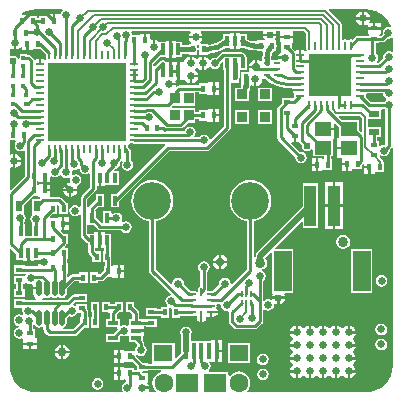
<source format=gtl>
%FSLAX24Y24*%
%MOIN*%
G70*
G01*
G75*
G04 Layer_Physical_Order=1*
G04 Layer_Color=255*
%ADD10C,0.0177*%
%ADD11C,0.0100*%
%ADD12O,0.0295X0.0079*%
%ADD13R,0.0157X0.0236*%
%ADD14R,0.0217X0.0098*%
%ADD15O,0.0315X0.0079*%
%ADD16R,0.0236X0.0157*%
%ADD17R,0.0354X0.0197*%
%ADD18R,0.0157X0.0335*%
%ADD19O,0.0177X0.0532*%
%ADD20O,0.0098X0.0276*%
%ADD21O,0.0276X0.0098*%
%ADD22R,0.0335X0.0157*%
%ADD23R,0.0157X0.0532*%
%ADD24R,0.0748X0.0630*%
%ADD25R,0.0630X0.0551*%
%ADD26O,0.0079X0.0315*%
%ADD27R,0.2598X0.2598*%
%ADD28R,0.0138X0.0394*%
%ADD29R,0.0343X0.0343*%
%ADD30R,0.1417X0.1417*%
%ADD31O,0.0079X0.0295*%
%ADD32R,0.0335X0.0374*%
%ADD33R,0.0551X0.0453*%
%ADD34R,0.0197X0.0354*%
%ADD35R,0.0591X0.1339*%
%ADD36R,0.0394X0.1378*%
%ADD37R,0.0138X0.0157*%
%ADD38R,0.0177X0.0177*%
%ADD39R,0.0102X0.0193*%
%ADD40R,0.0102X0.0209*%
%ADD41C,0.0200*%
%ADD42C,0.0080*%
%ADD43C,0.1260*%
%ADD44C,0.0630*%
%ADD45C,0.0260*%
%ADD46C,0.0290*%
%ADD47C,0.0240*%
%ADD48C,0.0300*%
%ADD49C,0.0340*%
G36*
X-5438Y172D02*
X-5437D01*
X-5402Y137D01*
Y132D01*
X-5382D01*
X-5367Y109D01*
X-5358Y86D01*
X-5396Y47D01*
X-5633D01*
Y-427D01*
X-5633Y-427D01*
X-5633D01*
X-5627Y-447D01*
X-5651Y-463D01*
X-5693Y-526D01*
X-5708Y-600D01*
X-5693Y-674D01*
X-5651Y-737D01*
X-5650Y-772D01*
X-5653Y-775D01*
X-5653D01*
Y-1167D01*
X-5849D01*
X-5887Y-1136D01*
Y-775D01*
X-5887D01*
X-5908Y-749D01*
X-5903Y-727D01*
X-5903Y-727D01*
X-5903D01*
X-5861Y-664D01*
X-5846Y-590D01*
X-5861Y-516D01*
X-5903Y-453D01*
X-5913Y-447D01*
X-5907Y-427D01*
X-5907D01*
X-5907Y-427D01*
Y-138D01*
X-5597Y172D01*
X-5438D01*
Y172D01*
D02*
G37*
G36*
X6388Y5417D02*
Y4985D01*
X6344Y4962D01*
X6324Y4975D01*
X6250Y4990D01*
X6176Y4975D01*
X6113Y4933D01*
X6071Y4870D01*
X6056Y4796D01*
X6062Y4767D01*
X5901Y4606D01*
X5852Y4611D01*
X5837Y4633D01*
X5879Y4696D01*
X5894Y4770D01*
X5879Y4844D01*
X5837Y4907D01*
X5812Y4924D01*
Y5254D01*
X5938D01*
Y5281D01*
X6033D01*
X6033Y5281D01*
X6076Y5289D01*
X6112Y5314D01*
X6211Y5412D01*
X6240Y5406D01*
X6314Y5421D01*
X6344Y5441D01*
X6388Y5417D01*
D02*
G37*
G36*
X3502Y5594D02*
Y5174D01*
X3503Y5171D01*
Y5066D01*
X3510Y5027D01*
X3510Y5027D01*
X3510Y5027D01*
D01*
X3511Y5026D01*
X3476Y4991D01*
X3462Y5000D01*
X3407Y5011D01*
X3339D01*
Y4869D01*
X3259D01*
Y5011D01*
X3191D01*
X3136Y5000D01*
X3126Y4993D01*
X3121Y5001D01*
X3121Y5001D01*
X3028Y5093D01*
Y5252D01*
X3028D01*
Y5253D01*
X3063Y5288D01*
X3068D01*
Y5427D01*
X2632D01*
Y5288D01*
X2672D01*
Y5252D01*
X2672D01*
Y4974D01*
X2672Y4974D01*
X2672D01*
X2673Y4969D01*
X2624Y4936D01*
X2573Y4860D01*
X2563Y4810D01*
X2790D01*
Y4730D01*
X2563D01*
X2564Y4725D01*
X2533Y4686D01*
X2334D01*
Y4749D01*
X2333Y4754D01*
X2348Y4864D01*
X2392Y4972D01*
X2408Y4992D01*
X2496D01*
Y5110D01*
X2497Y5112D01*
X2509Y5170D01*
X2497Y5228D01*
X2496Y5230D01*
Y5348D01*
X2476D01*
X2453Y5392D01*
X2487Y5444D01*
X2496Y5490D01*
X2064D01*
X2073Y5444D01*
X2107Y5392D01*
X2084Y5348D01*
X1864D01*
Y5321D01*
X1748D01*
X1744Y5321D01*
X1651Y5333D01*
X1560Y5371D01*
X1515Y5405D01*
Y5551D01*
X1299D01*
Y5591D01*
X1160D01*
Y5324D01*
Y5057D01*
X1299D01*
Y5097D01*
X1438D01*
X1488Y5070D01*
X1616Y5031D01*
X1748Y5018D01*
Y5019D01*
X1864D01*
Y4992D01*
X2032D01*
X2062Y4952D01*
X2045Y4895D01*
X2031Y4749D01*
X2031D01*
Y4686D01*
X2014D01*
Y4668D01*
X1970Y4644D01*
X1916Y4681D01*
X1860Y4692D01*
Y4450D01*
X1820D01*
Y4410D01*
X1578D01*
X1589Y4354D01*
X1604Y4332D01*
X1580Y4288D01*
X1338D01*
Y4170D01*
X1337Y4168D01*
X1326Y4110D01*
Y3829D01*
X1327Y3822D01*
X1317Y3773D01*
X1127D01*
Y3311D01*
X1589D01*
Y3631D01*
X1611Y3684D01*
X1630Y3829D01*
D01*
X1637Y3840D01*
X1637D01*
X1686Y3849D01*
X1710Y3833D01*
X1760Y3823D01*
Y4050D01*
X1840D01*
Y3823D01*
X1890Y3833D01*
X1966Y3884D01*
X2017Y3960D01*
X2035Y4050D01*
X2054Y4074D01*
X2133D01*
X2153Y4054D01*
X2152Y4052D01*
X2152Y4052D01*
X2298Y3932D01*
X2464Y3843D01*
X2645Y3789D01*
X2832Y3770D01*
Y3773D01*
X3026D01*
X3058Y3734D01*
X3057Y3728D01*
X3299D01*
Y3648D01*
X3057D01*
X3059Y3634D01*
X3090Y3587D01*
X3092Y3586D01*
X3102Y3537D01*
X3097Y3530D01*
X3089Y3491D01*
X3097Y3452D01*
X3099Y3450D01*
X3060Y3411D01*
X3048Y3416D01*
Y3416D01*
X3048Y3416D01*
X2692D01*
Y3258D01*
X2563Y3128D01*
X2538Y3092D01*
X2530Y3049D01*
X2530Y3049D01*
Y2118D01*
X2530Y2118D01*
X2538Y2075D01*
X2563Y2039D01*
X3132Y1469D01*
X3126Y1440D01*
X3141Y1366D01*
X3183Y1303D01*
X3246Y1261D01*
X3320Y1246D01*
X3394Y1261D01*
X3457Y1303D01*
X3499Y1366D01*
X3514Y1440D01*
X3499Y1514D01*
X3457Y1577D01*
X3394Y1619D01*
X3320Y1634D01*
X3291Y1628D01*
X2991Y1928D01*
X3010Y1974D01*
X3090D01*
Y2153D01*
X3170D01*
Y1974D01*
X3253D01*
X3254Y1969D01*
X3279Y1933D01*
X3351Y1861D01*
X3346Y1840D01*
X3360Y1770D01*
X3400Y1710D01*
X3460Y1670D01*
X3530Y1656D01*
X3600Y1670D01*
X3660Y1710D01*
X3663Y1716D01*
X3711Y1701D01*
Y1479D01*
X4095D01*
Y1378D01*
X4068D01*
Y1378D01*
X4067D01*
X4032Y1413D01*
Y1418D01*
X3893D01*
Y1200D01*
Y982D01*
X4032D01*
Y1022D01*
X4068D01*
Y1022D01*
X4346D01*
Y1378D01*
X4319D01*
Y1479D01*
X4383D01*
Y2051D01*
D01*
Y2051D01*
X4400Y2069D01*
X4423D01*
Y2355D01*
X4047D01*
Y2435D01*
X4423D01*
Y2564D01*
X4469Y2583D01*
X4577Y2474D01*
Y2109D01*
D01*
Y2109D01*
X4560Y2091D01*
X4537D01*
Y1805D01*
X4913D01*
Y1725D01*
X4537D01*
Y1439D01*
X4674D01*
X4674Y1438D01*
X4674Y1403D01*
X4674Y1403D01*
X4674D01*
Y1260D01*
X4853D01*
Y1220D01*
X4893D01*
Y1002D01*
X5032D01*
Y1042D01*
X5068D01*
Y1042D01*
X5346D01*
Y1200D01*
X5378Y1232D01*
X5424Y1213D01*
Y1160D01*
X5603D01*
Y1120D01*
X5643D01*
Y902D01*
X5782D01*
Y942D01*
X5818D01*
Y942D01*
X6096D01*
Y1298D01*
X6059D01*
Y1306D01*
X6051Y1345D01*
X6029Y1378D01*
X5946Y1461D01*
X5954Y1510D01*
X5972Y1520D01*
X6016Y1491D01*
X6090Y1476D01*
X6164Y1491D01*
X6227Y1533D01*
X6269Y1596D01*
X6284Y1670D01*
X6278Y1699D01*
X6329Y1751D01*
X6329Y1751D01*
X6340Y1767D01*
X6388Y1752D01*
Y-5500D01*
X6389Y-5505D01*
X6372Y-5673D01*
X6322Y-5840D01*
X6239Y-5994D01*
X6129Y-6129D01*
X5994Y-6239D01*
X5840Y-6322D01*
X5673Y-6372D01*
X5505Y-6389D01*
X5500Y-6388D01*
X1529D01*
X1513Y-6341D01*
X1517Y-6337D01*
X1578Y-6259D01*
X1615Y-6168D01*
X1628Y-6070D01*
X1615Y-5972D01*
X1578Y-5881D01*
X1517Y-5803D01*
X1439Y-5742D01*
X1348Y-5705D01*
X1250Y-5692D01*
X1152Y-5705D01*
X1061Y-5742D01*
X983Y-5803D01*
X954Y-5840D01*
X906Y-5824D01*
Y-5695D01*
X271D01*
X257Y-5647D01*
X257Y-5647D01*
X299Y-5584D01*
X314Y-5510D01*
X299Y-5436D01*
X266Y-5387D01*
X285Y-5352D01*
X333Y-5364D01*
Y-5383D01*
X472D01*
Y-5017D01*
Y-4651D01*
X333D01*
Y-4691D01*
X-349D01*
Y-4491D01*
X-331Y-4464D01*
X-316Y-4390D01*
X-331Y-4316D01*
X-373Y-4253D01*
X-436Y-4211D01*
X-510Y-4196D01*
X-584Y-4211D01*
X-647Y-4253D01*
X-689Y-4316D01*
X-704Y-4390D01*
X-689Y-4464D01*
X-675Y-4485D01*
Y-5017D01*
X-663Y-5076D01*
X-839Y-5252D01*
X-885Y-5233D01*
Y-4750D01*
X-1635D01*
Y-5421D01*
D01*
Y-5421D01*
X-1641Y-5428D01*
X-1782D01*
Y-5401D01*
X-1940D01*
X-2180Y-5162D01*
X-2148Y-5123D01*
X-2094Y-5159D01*
X-2020Y-5174D01*
X-1946Y-5159D01*
X-1883Y-5117D01*
X-1841Y-5054D01*
X-1826Y-4980D01*
X-1841Y-4906D01*
X-1883Y-4843D01*
X-1908Y-4826D01*
Y-4747D01*
X-1908Y-4747D01*
X-1916Y-4704D01*
X-1941Y-4668D01*
X-1941Y-4668D01*
X-1959Y-4650D01*
Y-4504D01*
X-1919D01*
Y-4366D01*
X-2186D01*
Y-4286D01*
X-1919D01*
Y-4182D01*
X-1838D01*
Y-4208D01*
X-1482D01*
Y-3931D01*
X-1838D01*
Y-3957D01*
X-1959D01*
Y-3931D01*
X-2074D01*
Y-3737D01*
X-2082Y-3694D01*
X-2107Y-3658D01*
X-2107Y-3658D01*
X-2244Y-3520D01*
Y-3362D01*
X-2522D01*
Y-3718D01*
X-2363D01*
X-2298Y-3783D01*
Y-3931D01*
X-2413D01*
Y-4147D01*
X-2453D01*
X-2453Y-4147D01*
Y-4147D01*
X-2480Y-4161D01*
X-2496Y-4151D01*
X-2570Y-4136D01*
X-2644Y-4151D01*
X-2663Y-4163D01*
X-2707Y-4140D01*
Y-3931D01*
X-2822D01*
Y-3783D01*
X-2757Y-3718D01*
X-2598D01*
Y-3362D01*
X-2876D01*
Y-3428D01*
X-3044D01*
Y-3362D01*
X-3322D01*
Y-3718D01*
X-3140D01*
X-3046Y-3737D01*
X-3046Y-3737D01*
Y-3931D01*
X-3161D01*
Y-4208D01*
X-2825D01*
X-2795Y-4229D01*
X-2790Y-4279D01*
X-2954Y-4443D01*
X-3161D01*
Y-4720D01*
X-2707D01*
Y-4520D01*
X-2663Y-4497D01*
X-2644Y-4509D01*
X-2570Y-4524D01*
X-2496Y-4509D01*
X-2473Y-4494D01*
X-2453Y-4504D01*
Y-4504D01*
X-2453Y-4504D01*
X-2418D01*
X-2413Y-4507D01*
Y-4720D01*
X-2206D01*
X-2140Y-4786D01*
X-2145Y-4835D01*
X-2157Y-4843D01*
X-2199Y-4906D01*
X-2214Y-4980D01*
D01*
X-2232Y-5008D01*
X-2254Y-5012D01*
X-2254Y-5012D01*
X-2254Y-5012D01*
X-2532D01*
Y-5012D01*
X-2533D01*
X-2568Y-4977D01*
Y-4972D01*
X-2707D01*
Y-5190D01*
Y-5408D01*
X-2568D01*
Y-5368D01*
X-2532D01*
Y-5368D01*
X-2290D01*
X-2138Y-5520D01*
Y-5638D01*
X-2254D01*
Y-5572D01*
X-2532D01*
Y-5572D01*
X-2533D01*
X-2568Y-5537D01*
Y-5532D01*
X-2707D01*
Y-5750D01*
Y-5968D01*
X-2568D01*
Y-5928D01*
X-2540D01*
X-2505Y-5963D01*
Y-6045D01*
X-2534Y-6051D01*
X-2597Y-6093D01*
X-2639Y-6156D01*
X-2654Y-6230D01*
X-2639Y-6304D01*
X-2613Y-6344D01*
X-2636Y-6388D01*
X-5500D01*
X-5505Y-6389D01*
X-5673Y-6372D01*
X-5840Y-6322D01*
X-5994Y-6239D01*
X-6129Y-6129D01*
X-6239Y-5994D01*
X-6322Y-5840D01*
X-6372Y-5673D01*
X-6389Y-5505D01*
X-6388Y-5500D01*
Y-1612D01*
X-6342Y-1593D01*
X-6165Y-1770D01*
Y-1977D01*
X-5949D01*
Y-2017D01*
X-5810D01*
Y-1750D01*
X-5730D01*
Y-2017D01*
X-5591D01*
Y-1977D01*
X-5501D01*
X-5493Y-1987D01*
X-5237D01*
Y-2067D01*
X-5464D01*
X-5454Y-2117D01*
X-5441Y-2137D01*
X-5465Y-2181D01*
X-5882D01*
Y-2154D01*
X-6238D01*
Y-2432D01*
X-5882D01*
Y-2432D01*
X-5833D01*
X-5827Y-2453D01*
X-5827Y-2453D01*
X-5864Y-2508D01*
X-5882Y-2508D01*
X-5882Y-2508D01*
X-5882Y-2508D01*
X-6238D01*
Y-2786D01*
X-6172D01*
Y-2927D01*
X-6238D01*
Y-3204D01*
X-5882D01*
Y-2927D01*
X-5948D01*
Y-2786D01*
X-5882D01*
Y-2731D01*
X-5834Y-2716D01*
X-5827Y-2727D01*
X-5764Y-2769D01*
X-5690Y-2784D01*
X-5635Y-2773D01*
X-5596Y-2804D01*
Y-2878D01*
X-5404D01*
Y-2958D01*
X-5596D01*
Y-3095D01*
X-5581Y-3169D01*
X-5540Y-3231D01*
X-5496Y-3260D01*
X-5511Y-3308D01*
X-5882D01*
Y-3281D01*
X-6238D01*
Y-3559D01*
X-5993D01*
X-5961Y-3597D01*
X-5974Y-3660D01*
X-5959Y-3734D01*
X-5928Y-3781D01*
X-5963Y-3816D01*
X-5986Y-3801D01*
X-6060Y-3786D01*
X-6134Y-3801D01*
X-6197Y-3843D01*
X-6239Y-3906D01*
X-6254Y-3980D01*
X-6239Y-4054D01*
X-6197Y-4117D01*
X-6134Y-4159D01*
X-6079Y-4170D01*
Y-4220D01*
X-6134Y-4231D01*
X-6197Y-4273D01*
X-6239Y-4336D01*
X-6254Y-4410D01*
X-6239Y-4484D01*
X-6197Y-4547D01*
X-6134Y-4589D01*
X-6060Y-4604D01*
X-5986Y-4589D01*
X-5972Y-4580D01*
X-5928Y-4603D01*
Y-4727D01*
X-5492D01*
Y-4588D01*
X-5532D01*
Y-4552D01*
X-5532D01*
Y-4274D01*
X-5598D01*
Y-4149D01*
X-5597Y-4148D01*
X-5559Y-4140D01*
X-5542D01*
X-5511Y-4186D01*
X-5462Y-4219D01*
X-5404Y-4231D01*
X-5346Y-4219D01*
X-5304Y-4191D01*
X-5260Y-4215D01*
Y-4292D01*
X-5260Y-4292D01*
X-5252Y-4335D01*
X-5227Y-4371D01*
X-5129Y-4469D01*
X-5129Y-4469D01*
X-5093Y-4494D01*
X-5050Y-4502D01*
X-4232D01*
X-4231Y-4502D01*
X-4189Y-4494D01*
X-4152Y-4469D01*
X-3911Y-4228D01*
X-3753D01*
Y-3872D01*
X-3779D01*
Y-3686D01*
X-3779Y-3686D01*
X-3788Y-3643D01*
X-3812Y-3607D01*
Y-3448D01*
X-4168D01*
Y-3490D01*
X-4212Y-3514D01*
X-4246Y-3491D01*
X-4274Y-3485D01*
X-4289Y-3438D01*
X-4223Y-3372D01*
X-4168Y-3372D01*
Y-3372D01*
X-3812D01*
Y-3094D01*
X-4168D01*
Y-3121D01*
X-4243D01*
X-4286Y-3129D01*
X-4322Y-3154D01*
X-4322Y-3154D01*
X-4476Y-3308D01*
X-4700D01*
X-4700Y-3308D01*
X-4700Y-3308D01*
X-5297D01*
X-5311Y-3260D01*
X-5268Y-3231D01*
X-5251Y-3205D01*
X-5206Y-3235D01*
X-5148Y-3247D01*
X-5090Y-3235D01*
X-5041Y-3202D01*
X-4999D01*
X-4950Y-3235D01*
X-4892Y-3247D01*
X-4834Y-3235D01*
X-4785Y-3202D01*
X-4743D01*
X-4694Y-3235D01*
X-4636Y-3247D01*
X-4578Y-3235D01*
X-4529Y-3202D01*
X-4496Y-3153D01*
X-4485Y-3095D01*
Y-2925D01*
X-4242Y-2682D01*
X-4066D01*
Y-2748D01*
X-3788D01*
Y-2392D01*
X-4066D01*
Y-2458D01*
X-4288D01*
X-4288Y-2458D01*
X-4331Y-2466D01*
X-4368Y-2491D01*
X-4368Y-2491D01*
X-4424Y-2548D01*
X-4471Y-2528D01*
Y-2428D01*
X-4444D01*
Y-2072D01*
X-4471D01*
Y-1928D01*
X-4444D01*
Y-1572D01*
X-4535D01*
X-4554Y-1526D01*
X-4514Y-1485D01*
X-4514Y-1485D01*
X-4495Y-1457D01*
X-4454D01*
Y-1101D01*
X-4612D01*
X-4689Y-1024D01*
X-4670Y-978D01*
X-4643D01*
Y-760D01*
Y-542D01*
X-4782D01*
Y-582D01*
X-4818D01*
Y-582D01*
X-5035D01*
X-5054Y-536D01*
X-4967Y-448D01*
X-4808D01*
Y-146D01*
X-4773Y-131D01*
X-4732Y-159D01*
Y-448D01*
X-4454D01*
Y-92D01*
X-4491D01*
X-4514Y-58D01*
X-4514Y-58D01*
X-4661Y89D01*
X-4697Y114D01*
X-4740Y122D01*
X-4740Y122D01*
X-5034D01*
X-5044Y132D01*
X-5044Y158D01*
X-5044Y158D01*
X-5044D01*
Y310D01*
X-5223D01*
Y350D01*
X-5263D01*
Y568D01*
X-5402D01*
Y528D01*
X-5430D01*
X-5465Y563D01*
Y662D01*
X-5438D01*
Y662D01*
X-5437D01*
X-5402Y627D01*
Y622D01*
X-5263D01*
Y840D01*
X-5183D01*
Y622D01*
X-5044D01*
Y798D01*
X-5000Y822D01*
X-4954Y791D01*
X-4880Y776D01*
X-4806Y791D01*
X-4743Y833D01*
X-4722Y865D01*
X-4672D01*
X-4637Y813D01*
X-4574Y771D01*
X-4500Y756D01*
X-4426Y771D01*
X-4413Y780D01*
X-4371Y752D01*
X-4384Y690D01*
X-4369Y616D01*
X-4414Y586D01*
X-4460Y577D01*
X-4536Y526D01*
X-4587Y450D01*
X-4597Y400D01*
X-4143D01*
X-4153Y450D01*
X-4160Y460D01*
X-4141Y506D01*
X-4116Y511D01*
X-4053Y553D01*
X-4011Y616D01*
X-3996Y690D01*
X-4011Y764D01*
X-4053Y827D01*
X-4116Y869D01*
X-4190Y884D01*
X-4264Y869D01*
X-4277Y860D01*
X-4319Y888D01*
X-4306Y950D01*
X-4314Y989D01*
X-4279Y1024D01*
X-4240Y1016D01*
X-4166Y1031D01*
X-4106Y1071D01*
X-4089Y1064D01*
X-4058Y1043D01*
X-4049Y996D01*
X-4007Y933D01*
X-3944Y891D01*
X-3870Y876D01*
X-3796Y891D01*
X-3756Y917D01*
X-3712Y894D01*
Y446D01*
X-3989Y169D01*
X-4014Y133D01*
X-4022Y90D01*
X-4022Y90D01*
Y-183D01*
X-4070Y-198D01*
X-4073Y-193D01*
X-4136Y-151D01*
X-4210Y-136D01*
X-4284Y-151D01*
X-4347Y-193D01*
X-4389Y-256D01*
X-4404Y-330D01*
X-4389Y-404D01*
X-4347Y-467D01*
X-4284Y-509D01*
X-4210Y-524D01*
X-4136Y-509D01*
X-4073Y-467D01*
X-4070Y-462D01*
X-4022Y-477D01*
Y-1150D01*
X-4022Y-1150D01*
X-4014Y-1193D01*
X-3989Y-1229D01*
X-3815Y-1403D01*
X-3815Y-1403D01*
X-3788Y-1422D01*
Y-1551D01*
X-3761D01*
Y-1703D01*
X-3761Y-1703D01*
X-3753Y-1745D01*
X-3728Y-1782D01*
X-3630Y-1880D01*
Y-2038D01*
X-3353D01*
Y-1682D01*
X-3511D01*
X-3537Y-1656D01*
Y-1591D01*
X-3433D01*
Y-1324D01*
Y-1057D01*
X-3572D01*
Y-1097D01*
X-3788D01*
D01*
X-3788D01*
X-3798Y-1087D01*
Y-813D01*
X-3788Y-803D01*
X-3762Y-803D01*
X-3762Y-803D01*
Y-803D01*
X-3580D01*
X-3444Y-939D01*
X-3444Y-939D01*
X-3408Y-964D01*
X-3365Y-972D01*
X-2687D01*
X-2657Y-1017D01*
X-2594Y-1059D01*
X-2520Y-1074D01*
X-2446Y-1059D01*
X-2383Y-1017D01*
X-2341Y-954D01*
X-2326Y-880D01*
X-2341Y-806D01*
X-2383Y-743D01*
X-2446Y-701D01*
X-2520Y-686D01*
X-2594Y-701D01*
X-2616Y-716D01*
X-2660Y-692D01*
Y-678D01*
X-2651Y-664D01*
X-2636Y-590D01*
X-2651Y-516D01*
X-2693Y-453D01*
X-2756Y-411D01*
X-2830Y-396D01*
X-2904Y-411D01*
X-2954Y-445D01*
X-2998Y-421D01*
Y-349D01*
X-3276D01*
Y-725D01*
X-3322Y-744D01*
X-3510Y-556D01*
Y-349D01*
X-3517D01*
X-3536Y-302D01*
X-3455Y-221D01*
X-3247D01*
Y233D01*
X-3525D01*
Y26D01*
X-3728Y-178D01*
X-3750Y-210D01*
X-3798Y-196D01*
Y44D01*
X-3521Y321D01*
X-3521Y321D01*
X-3496Y357D01*
X-3488Y400D01*
Y487D01*
X-3426D01*
Y754D01*
X-3346D01*
Y487D01*
X-3207D01*
Y527D01*
X-2735D01*
Y981D01*
X-2875D01*
X-2894Y1028D01*
X-2856Y1065D01*
X-2826Y1071D01*
X-2763Y1113D01*
X-2721Y1176D01*
X-2706Y1250D01*
X-2712Y1279D01*
X-2662Y1330D01*
X-2623Y1298D01*
X-2639Y1274D01*
X-2654Y1200D01*
X-2639Y1126D01*
X-2597Y1063D01*
X-2534Y1021D01*
X-2460Y1006D01*
X-2386Y1021D01*
X-2323Y1063D01*
X-2281Y1126D01*
X-2266Y1200D01*
X-2281Y1274D01*
X-2323Y1337D01*
X-2348Y1354D01*
Y1645D01*
X-2356Y1688D01*
X-2381Y1724D01*
X-2381Y1724D01*
X-2429Y1772D01*
Y1833D01*
X-2437Y1872D01*
Y1872D01*
X-2437D01*
X-2411Y1891D01*
X-2411Y1891D01*
Y1891D01*
D01*
D01*
X-2411D01*
X-2411Y1891D01*
X-2392Y1917D01*
D01*
X-2392Y1917D01*
X-2353Y1909D01*
X-2282D01*
X-2278Y1907D01*
X-2235Y1898D01*
X-1200D01*
X-1185Y1850D01*
X-1194Y1845D01*
X-1194Y1845D01*
X-2805Y233D01*
X-3013D01*
Y-221D01*
X-2735D01*
Y-14D01*
X-1068Y1653D01*
X191D01*
X191Y1653D01*
X234Y1662D01*
X271Y1686D01*
X943Y2359D01*
X968Y2395D01*
X976Y2438D01*
X976Y2438D01*
Y3932D01*
X984D01*
Y3932D01*
X1262D01*
Y4050D01*
X1263Y4052D01*
X1274Y4110D01*
Y4349D01*
X1515D01*
Y4803D01*
X1487D01*
X1480Y4839D01*
X1455Y4875D01*
X1455Y4875D01*
X1398Y4933D01*
X1361Y4957D01*
X1319Y4965D01*
X1319Y4965D01*
X740D01*
X697Y4957D01*
X660Y4933D01*
X660Y4933D01*
X493Y4765D01*
X450Y4774D01*
X376Y4759D01*
X313Y4717D01*
X299Y4696D01*
X249D01*
X216Y4746D01*
X140Y4797D01*
X90Y4807D01*
Y4580D01*
Y4353D01*
X140Y4363D01*
X216Y4414D01*
X249Y4464D01*
X299D01*
X313Y4443D01*
X376Y4401D01*
X450Y4386D01*
X524Y4401D01*
X587Y4443D01*
X629Y4506D01*
X644Y4580D01*
X641Y4596D01*
X679Y4634D01*
X725Y4615D01*
Y4349D01*
X752D01*
Y2485D01*
X320Y2053D01*
X272Y2067D01*
X269Y2085D01*
X227Y2147D01*
X164Y2189D01*
X90Y2204D01*
X16Y2189D01*
X-47Y2147D01*
X-64Y2123D01*
X-204D01*
X-227Y2167D01*
X-201Y2206D01*
X-186Y2280D01*
X-201Y2354D01*
X-243Y2417D01*
X-306Y2459D01*
X-380Y2474D01*
X-454Y2459D01*
X-517Y2417D01*
X-559Y2354D01*
X-566Y2319D01*
X-1284D01*
Y2450D01*
X-1238Y2469D01*
X-1209Y2441D01*
X-1173Y2416D01*
X-1130Y2408D01*
X-1130Y2408D01*
X-691D01*
X-648Y2416D01*
X-612Y2441D01*
X-601Y2457D01*
X-584Y2468D01*
X-455Y2598D01*
X-196D01*
Y2732D01*
X-76D01*
Y2672D01*
X202D01*
Y2672D01*
X203D01*
X238Y2637D01*
Y2632D01*
X377D01*
Y2850D01*
Y3068D01*
X238D01*
Y3028D01*
X202D01*
Y3028D01*
X-76D01*
Y2957D01*
X-196D01*
Y3092D01*
X-976D01*
X-991Y3127D01*
X-963Y3168D01*
X-196D01*
Y3618D01*
X-76D01*
Y3552D01*
X202D01*
Y3552D01*
X203D01*
X238Y3517D01*
Y3512D01*
X377D01*
Y3730D01*
Y3948D01*
X238D01*
Y3908D01*
X202D01*
Y3908D01*
X-76D01*
Y3842D01*
X-730D01*
X-730Y3842D01*
X-773Y3834D01*
X-809Y3809D01*
X-809Y3809D01*
X-814Y3805D01*
X-858Y3829D01*
X-853Y3850D01*
X-1080D01*
Y3930D01*
X-853D01*
X-863Y3980D01*
X-873Y3995D01*
X-850Y4039D01*
X-804D01*
Y4336D01*
Y4633D01*
X-980D01*
Y4336D01*
X-1060D01*
Y4633D01*
X-1177D01*
X-1197Y4662D01*
X-1233Y4686D01*
X-1276Y4695D01*
X-1319Y4686D01*
X-1355Y4662D01*
X-1355Y4662D01*
X-1529Y4488D01*
X-1553Y4484D01*
X-1554Y4483D01*
X-1598Y4507D01*
Y4564D01*
X-1374Y4787D01*
X-1189D01*
Y4747D01*
X-1060D01*
Y5044D01*
Y5341D01*
X-1189D01*
Y5301D01*
X-1405D01*
X-1405Y5301D01*
Y5301D01*
X-1410Y5300D01*
X-1414Y5306D01*
X-1490Y5357D01*
X-1540Y5367D01*
Y5140D01*
X-1620D01*
Y5367D01*
X-1655Y5360D01*
X-1694Y5391D01*
Y5568D01*
X-1833D01*
Y5350D01*
X-1913D01*
Y5568D01*
X-2052D01*
Y5528D01*
X-2088D01*
Y5528D01*
X-2310D01*
X-2321Y5584D01*
X-2348Y5624D01*
X-2324Y5668D01*
X-364D01*
X-349Y5620D01*
X-356Y5616D01*
X-407Y5540D01*
X-417Y5490D01*
X37D01*
X27Y5540D01*
X-24Y5616D01*
X-31Y5620D01*
X-16Y5668D01*
X2055D01*
X2078Y5624D01*
X2073Y5616D01*
X2064Y5570D01*
X2496D01*
X2487Y5616D01*
X2482Y5624D01*
X2505Y5668D01*
X2610D01*
X2632Y5646D01*
X2632Y5633D01*
X2632Y5633D01*
X2632D01*
Y5507D01*
X3068D01*
Y5633D01*
X3068Y5633D01*
X3068D01*
X3068Y5646D01*
X3090Y5668D01*
X3428D01*
X3502Y5594D01*
D02*
G37*
G36*
X-6170Y5043D02*
X-6120Y5053D01*
X-6044Y5104D01*
X-6024Y5135D01*
X-5976Y5120D01*
Y5022D01*
X-5837D01*
Y5240D01*
X-5757D01*
Y5022D01*
X-5618D01*
Y5062D01*
X-5582D01*
Y5062D01*
X-5373D01*
X-5191Y4879D01*
Y4747D01*
X-5189Y4739D01*
X-5225Y4703D01*
X-5267Y4712D01*
X-5345D01*
Y4570D01*
X-5425D01*
Y4712D01*
X-5503D01*
X-5557Y4701D01*
X-5584Y4712D01*
X-5586Y4723D01*
X-5611Y4759D01*
X-5611Y4759D01*
X-5688Y4837D01*
X-5725Y4861D01*
X-5768Y4870D01*
X-5768Y4870D01*
X-5801D01*
Y4897D01*
X-6059D01*
Y4744D01*
X-6107Y4730D01*
X-6140Y4780D01*
X-6200Y4820D01*
X-6270Y4834D01*
X-6340Y4820D01*
X-6344Y4817D01*
X-6388Y4841D01*
Y5059D01*
X-6344Y5083D01*
X-6300Y5053D01*
X-6250Y5043D01*
Y5270D01*
X-6170D01*
Y5043D01*
D02*
G37*
G36*
X6071Y3510D02*
X6113Y3447D01*
X6173Y3407D01*
Y3357D01*
X6113Y3317D01*
X6096Y3292D01*
X5645D01*
X5487Y3450D01*
X5489Y3452D01*
X5497Y3491D01*
X5489Y3530D01*
X5488Y3532D01*
X5511Y3576D01*
X6058D01*
X6071Y3510D01*
D02*
G37*
G36*
X6113Y3043D02*
X6138Y3026D01*
Y1894D01*
X6099Y1862D01*
X6090Y1864D01*
X6016Y1849D01*
X5972Y1820D01*
X5928Y1843D01*
Y2006D01*
X5862D01*
Y2126D01*
X5987D01*
Y2443D01*
X5572D01*
Y2717D01*
X5987D01*
Y3034D01*
D01*
Y3034D01*
X6021Y3068D01*
X6096D01*
X6113Y3043D01*
D02*
G37*
G36*
X-4004Y-3732D02*
Y-3872D01*
X-4030D01*
Y-4030D01*
X-4278Y-4278D01*
X-4618D01*
X-4623Y-4228D01*
X-4578Y-4219D01*
X-4529Y-4186D01*
X-4496Y-4137D01*
X-4485Y-4079D01*
Y-3909D01*
X-4412Y-3837D01*
X-4394Y-3849D01*
X-4320Y-3864D01*
X-4246Y-3849D01*
X-4183Y-3807D01*
X-4141Y-3744D01*
X-4137Y-3726D01*
X-4010D01*
X-4004Y-3732D01*
D02*
G37*
G36*
X-1328Y-5702D02*
X-1348Y-5705D01*
X-1439Y-5742D01*
X-1517Y-5803D01*
X-1578Y-5881D01*
X-1615Y-5972D01*
X-1628Y-6070D01*
X-1615Y-6168D01*
X-1578Y-6259D01*
X-1517Y-6337D01*
X-1513Y-6341D01*
X-1529Y-6388D01*
X-1736D01*
X-1759Y-6344D01*
X-1743Y-6320D01*
X-1733Y-6270D01*
X-1960D01*
Y-6190D01*
X-1733D01*
X-1743Y-6140D01*
X-1794Y-6064D01*
X-1785Y-6033D01*
X-1782D01*
Y-5756D01*
X-1938D01*
X-1966Y-5714D01*
X-1952Y-5679D01*
X-1782D01*
Y-5652D01*
X-1331D01*
X-1328Y-5702D01*
D02*
G37*
G36*
X-6167Y1977D02*
X-6209Y1914D01*
X-6224Y1840D01*
X-6209Y1766D01*
X-6167Y1703D01*
X-6104Y1661D01*
X-6030Y1646D01*
X-5956Y1661D01*
X-5922Y1684D01*
X-5878Y1660D01*
Y831D01*
X-6342Y367D01*
X-6388Y386D01*
Y1099D01*
X-6344Y1123D01*
X-6330Y1113D01*
X-6280Y1103D01*
Y1330D01*
Y1557D01*
X-6330Y1547D01*
X-6344Y1537D01*
X-6388Y1561D01*
Y2022D01*
X-6197D01*
X-6167Y1977D01*
D02*
G37*
G36*
X-5500Y6388D02*
X-4631D01*
X-4616Y6340D01*
X-4636Y6327D01*
X-4678Y6264D01*
X-4687Y6218D01*
X-4734D01*
Y6218D01*
X-4873D01*
Y6000D01*
X-4953D01*
Y6218D01*
X-5092D01*
Y6178D01*
X-5128D01*
Y6178D01*
X-5406D01*
Y6092D01*
X-5484D01*
Y6158D01*
X-5762D01*
Y6158D01*
X-5763D01*
X-5798Y6193D01*
Y6198D01*
X-5968D01*
X-5981Y6247D01*
X-5840Y6322D01*
X-5673Y6372D01*
X-5505Y6389D01*
X-5500Y6388D01*
D02*
G37*
G36*
X5673Y6372D02*
X5840Y6322D01*
X5994Y6239D01*
X6129Y6129D01*
X6239Y5994D01*
X6322Y5840D01*
X6328Y5820D01*
X6294Y5783D01*
X6240Y5794D01*
X6166Y5779D01*
X6103Y5737D01*
X6061Y5674D01*
X6046Y5600D01*
X6052Y5571D01*
X5986Y5505D01*
X5938D01*
Y5532D01*
X5938D01*
Y5533D01*
X5973Y5568D01*
X5978D01*
Y5707D01*
X5542D01*
Y5568D01*
X5582D01*
Y5540D01*
X5547Y5505D01*
X5201D01*
X5201Y5505D01*
X5158Y5496D01*
X5121Y5472D01*
X5024Y5374D01*
X5021Y5376D01*
X4982Y5384D01*
X4943Y5376D01*
X4910Y5354D01*
X4909Y5351D01*
X4859D01*
X4857Y5354D01*
X4824Y5376D01*
X4785Y5384D01*
X4746Y5376D01*
X4734Y5368D01*
X4690Y5391D01*
Y5852D01*
X4683Y5891D01*
X4660Y5924D01*
X4243Y6342D01*
X4262Y6388D01*
X5500D01*
X5505Y6389D01*
X5673Y6372D01*
D02*
G37*
G36*
X5368Y2761D02*
Y2316D01*
X5322Y2297D01*
X5249Y2370D01*
Y2681D01*
X4687D01*
X4579Y2790D01*
X4598Y2836D01*
X5040D01*
X5048Y2838D01*
X5291D01*
X5368Y2761D01*
D02*
G37*
%LPC*%
G36*
X-3398Y-3362D02*
X-3676D01*
Y-3718D01*
X-3649D01*
Y-3872D01*
X-3676D01*
Y-4228D01*
X-3398D01*
Y-3872D01*
X-3425D01*
Y-3718D01*
X-3398D01*
Y-3362D01*
D02*
G37*
G36*
X4876Y-4164D02*
X4826Y-4174D01*
X4750Y-4225D01*
X4725Y-4263D01*
X4675D01*
X4649Y-4225D01*
X4573Y-4174D01*
X4523Y-4164D01*
Y-4390D01*
X4443D01*
Y-4164D01*
X4393Y-4174D01*
X4317Y-4225D01*
X4292Y-4263D01*
X4242D01*
X4216Y-4225D01*
X4140Y-4174D01*
X4090Y-4164D01*
Y-4390D01*
X4010D01*
Y-4164D01*
X3960Y-4174D01*
X3884Y-4225D01*
X3858Y-4263D01*
X3808D01*
X3783Y-4225D01*
X3707Y-4174D01*
X3657Y-4164D01*
Y-4390D01*
X3577D01*
Y-4164D01*
X3527Y-4174D01*
X3451Y-4225D01*
X3425Y-4263D01*
X3375D01*
X3350Y-4225D01*
X3274Y-4174D01*
X3224Y-4164D01*
Y-4390D01*
X3184D01*
Y-4430D01*
X2957D01*
X2967Y-4480D01*
X3018Y-4556D01*
X3057Y-4582D01*
Y-4632D01*
X3018Y-4658D01*
X2967Y-4734D01*
X2957Y-4783D01*
X3184D01*
Y-4863D01*
X2957D01*
X2967Y-4913D01*
X3018Y-4989D01*
X3057Y-5015D01*
Y-5065D01*
X3018Y-5091D01*
X2967Y-5167D01*
X2957Y-5217D01*
X3184D01*
Y-5297D01*
X2957D01*
X2967Y-5346D01*
X3018Y-5422D01*
X3057Y-5448D01*
Y-5498D01*
X3018Y-5524D01*
X2967Y-5600D01*
X2957Y-5650D01*
X3184D01*
Y-5690D01*
X3224D01*
Y-5916D01*
X3274Y-5906D01*
X3350Y-5855D01*
X3375Y-5817D01*
X3425D01*
X3451Y-5855D01*
X3527Y-5906D01*
X3577Y-5916D01*
Y-5690D01*
X3657D01*
Y-5916D01*
X3707Y-5906D01*
X3783Y-5855D01*
X3808Y-5817D01*
X3858D01*
X3884Y-5855D01*
X3960Y-5906D01*
X4010Y-5916D01*
Y-5690D01*
X4090D01*
Y-5916D01*
X4140Y-5906D01*
X4216Y-5855D01*
X4242Y-5817D01*
X4292D01*
X4317Y-5855D01*
X4393Y-5906D01*
X4443Y-5916D01*
Y-5690D01*
X4523D01*
Y-5916D01*
X4573Y-5906D01*
X4649Y-5855D01*
X4675Y-5817D01*
X4725D01*
X4750Y-5855D01*
X4826Y-5906D01*
X4876Y-5916D01*
Y-5690D01*
X4916D01*
Y-5650D01*
X5143D01*
X5133Y-5600D01*
X5082Y-5524D01*
X5043Y-5498D01*
Y-5448D01*
X5082Y-5422D01*
X5133Y-5346D01*
X5143Y-5297D01*
X4916D01*
Y-5217D01*
X5143D01*
X5133Y-5167D01*
X5082Y-5091D01*
X5043Y-5065D01*
Y-5015D01*
X5082Y-4989D01*
X5133Y-4913D01*
X5143Y-4863D01*
X4916D01*
Y-4783D01*
X5143D01*
X5133Y-4734D01*
X5082Y-4658D01*
X5043Y-4632D01*
Y-4582D01*
X5082Y-4556D01*
X5133Y-4480D01*
X5143Y-4430D01*
X4916D01*
Y-4390D01*
X4876D01*
Y-4164D01*
D02*
G37*
G36*
X-5492Y-4807D02*
X-5670D01*
Y-4946D01*
X-5492D01*
Y-4807D01*
D02*
G37*
G36*
X6000Y-4096D02*
X5926Y-4111D01*
X5863Y-4153D01*
X5821Y-4216D01*
X5806Y-4290D01*
X5821Y-4364D01*
X5863Y-4427D01*
X5926Y-4469D01*
X6000Y-4484D01*
X6074Y-4469D01*
X6137Y-4427D01*
X6179Y-4364D01*
X6194Y-4290D01*
X6179Y-4216D01*
X6137Y-4153D01*
X6074Y-4111D01*
X6000Y-4096D01*
D02*
G37*
G36*
X4956Y-4164D02*
Y-4350D01*
X5143D01*
X5133Y-4301D01*
X5082Y-4225D01*
X5006Y-4174D01*
X4956Y-4164D01*
D02*
G37*
G36*
X3144D02*
X3094Y-4174D01*
X3018Y-4225D01*
X2967Y-4301D01*
X2957Y-4350D01*
X3144D01*
Y-4164D01*
D02*
G37*
G36*
X-3214Y-1057D02*
X-3353D01*
Y-1324D01*
Y-1591D01*
X-3249D01*
Y-1682D01*
X-3276D01*
Y-2038D01*
X-3219D01*
Y-2172D01*
X-3246D01*
Y-2330D01*
X-3374Y-2458D01*
X-3434D01*
Y-2392D01*
X-3712D01*
Y-2748D01*
X-3434D01*
Y-2682D01*
X-3327D01*
X-3327Y-2682D01*
X-3284Y-2674D01*
X-3248Y-2649D01*
X-3127Y-2528D01*
X-2968D01*
Y-2528D01*
X-2967D01*
X-2932Y-2563D01*
Y-2568D01*
X-2793D01*
Y-2350D01*
Y-2132D01*
X-2932D01*
Y-2172D01*
X-2960D01*
X-2995Y-2137D01*
Y-1890D01*
X-2998Y-1873D01*
Y-1682D01*
X-3025D01*
Y-1551D01*
X-2998D01*
Y-1097D01*
X-3214D01*
Y-1057D01*
D02*
G37*
G36*
X-2574Y-2390D02*
X-2713D01*
Y-2568D01*
X-2574D01*
Y-2390D01*
D02*
G37*
G36*
X590Y-2080D02*
X388D01*
X399Y-2136D01*
X453Y-2217D01*
X534Y-2271D01*
X590Y-2282D01*
Y-2080D01*
D02*
G37*
G36*
X-2574Y-2132D02*
X-2713D01*
Y-2310D01*
X-2574D01*
Y-2132D01*
D02*
G37*
G36*
X1634Y693D02*
X1499Y680D01*
X1369Y640D01*
X1249Y576D01*
X1144Y490D01*
X1057Y385D01*
X993Y265D01*
X954Y135D01*
X941Y0D01*
X954Y-135D01*
X993Y-265D01*
X1057Y-385D01*
X1144Y-490D01*
X1249Y-576D01*
X1369Y-640D01*
X1499Y-680D01*
X1522Y-682D01*
Y-2290D01*
X1015Y-2796D01*
X971Y-2772D01*
X974Y-2760D01*
X959Y-2686D01*
X917Y-2623D01*
X854Y-2581D01*
X780Y-2566D01*
X706Y-2581D01*
X643Y-2623D01*
X601Y-2686D01*
X586Y-2760D01*
X592Y-2789D01*
X369Y-3013D01*
X315D01*
X311Y-3013D01*
X226D01*
X221Y-3014D01*
X220Y-3014D01*
X186Y-2979D01*
X192Y-2946D01*
X192Y-2946D01*
Y-2364D01*
X217Y-2347D01*
X259Y-2284D01*
X274Y-2210D01*
X259Y-2136D01*
X217Y-2073D01*
X154Y-2031D01*
X80Y-2016D01*
X6Y-2031D01*
X-57Y-2073D01*
X-99Y-2136D01*
X-114Y-2210D01*
X-99Y-2284D01*
X-57Y-2347D01*
X-32Y-2364D01*
Y-2833D01*
X-43Y-2835D01*
X-79Y-2859D01*
X-103Y-2895D01*
X-111Y-2938D01*
Y-3017D01*
X-155Y-3041D01*
X-184Y-3022D01*
X-226Y-3013D01*
X-311D01*
X-315Y-3013D01*
X-359D01*
X-582Y-2789D01*
X-576Y-2760D01*
X-591Y-2686D01*
X-633Y-2623D01*
X-696Y-2581D01*
X-770Y-2566D01*
X-844Y-2581D01*
X-907Y-2623D01*
X-949Y-2686D01*
X-964Y-2760D01*
X-959Y-2785D01*
X-1003Y-2809D01*
X-1522Y-2290D01*
Y-682D01*
X-1499Y-680D01*
X-1369Y-640D01*
X-1249Y-576D01*
X-1144Y-490D01*
X-1057Y-385D01*
X-993Y-265D01*
X-954Y-135D01*
X-941Y0D01*
X-954Y135D01*
X-993Y265D01*
X-1057Y385D01*
X-1144Y490D01*
X-1249Y576D01*
X-1369Y640D01*
X-1499Y680D01*
X-1634Y693D01*
X-1769Y680D01*
X-1899Y640D01*
X-2019Y576D01*
X-2124Y490D01*
X-2210Y385D01*
X-2274Y265D01*
X-2314Y135D01*
X-2327Y0D01*
X-2314Y-135D01*
X-2274Y-265D01*
X-2210Y-385D01*
X-2124Y-490D01*
X-2019Y-576D01*
X-1899Y-640D01*
X-1769Y-680D01*
X-1746Y-682D01*
Y-2336D01*
X-1746Y-2336D01*
X-1737Y-2379D01*
X-1713Y-2415D01*
X-1024Y-3104D01*
X-1039Y-3152D01*
X-1084Y-3161D01*
X-1147Y-3203D01*
X-1189Y-3266D01*
X-1204Y-3340D01*
X-1189Y-3414D01*
X-1147Y-3477D01*
X-1129Y-3489D01*
X-1143Y-3537D01*
X-1346D01*
Y-3603D01*
X-1482D01*
Y-3577D01*
X-1838D01*
Y-3854D01*
X-1482D01*
Y-3827D01*
X-1346D01*
Y-3893D01*
X-1068D01*
Y-3562D01*
X-1051Y-3547D01*
X-1004Y-3564D01*
X-992Y-3626D01*
Y-3893D01*
X-714D01*
Y-3827D01*
X-315D01*
X-311Y-3827D01*
X-226D01*
X-191Y-3820D01*
X-152Y-3851D01*
Y-3902D01*
X-141Y-3961D01*
X-108Y-4010D01*
X-58Y-4043D01*
X-40Y-4046D01*
Y-3814D01*
X40D01*
Y-4046D01*
X58Y-4043D01*
X108Y-4010D01*
X141Y-3961D01*
X152Y-3902D01*
Y-3892D01*
X191Y-3860D01*
X226Y-3867D01*
X275D01*
Y-3715D01*
X315D01*
Y-3675D01*
X548D01*
X544Y-3657D01*
X511Y-3608D01*
Y-3608D01*
X511D01*
X503Y-3566D01*
X506Y-3561D01*
X515Y-3518D01*
X506Y-3476D01*
X569Y-3434D01*
X626D01*
X658Y-3472D01*
X656Y-3480D01*
X671Y-3554D01*
X713Y-3617D01*
X776Y-3659D01*
X850Y-3674D01*
X889Y-3666D01*
X924Y-3701D01*
X923Y-3707D01*
X923Y-3707D01*
Y-4031D01*
X923Y-4031D01*
X931Y-4074D01*
X956Y-4111D01*
X1099Y-4254D01*
X1099Y-4254D01*
X1136Y-4279D01*
X1179Y-4287D01*
X1179Y-4287D01*
X1791D01*
X1791Y-4287D01*
X1834Y-4279D01*
X1871Y-4254D01*
X2024Y-4101D01*
X2024Y-4101D01*
X2049Y-4064D01*
X2057Y-4021D01*
Y-3636D01*
X2101Y-3612D01*
X2156Y-3649D01*
X2230Y-3664D01*
X2304Y-3649D01*
X2367Y-3607D01*
X2409Y-3544D01*
X2424Y-3470D01*
X2420Y-3450D01*
X2461Y-3422D01*
X2484Y-3437D01*
X2530Y-3446D01*
Y-3270D01*
X2351D01*
X2312Y-3296D01*
X2304Y-3291D01*
X2230Y-3276D01*
X2156Y-3291D01*
X2101Y-3328D01*
X2057Y-3304D01*
Y-2677D01*
X2087Y-2657D01*
X2129Y-2594D01*
X2144Y-2520D01*
X2129Y-2446D01*
X2087Y-2383D01*
X2024Y-2341D01*
X2015Y-2339D01*
Y-2289D01*
X2015D01*
X2031Y-2287D01*
X2031D01*
X2093Y-2275D01*
X2146Y-2240D01*
X2181Y-2187D01*
X2194Y-2124D01*
X2193Y-2121D01*
X2205Y-2064D01*
X2187Y-1974D01*
X2136Y-1898D01*
X2149Y-1878D01*
X2310Y-1717D01*
X2356Y-1737D01*
Y-3074D01*
X2356D01*
X2380Y-3118D01*
X2363Y-3144D01*
X2354Y-3190D01*
X2786D01*
X2777Y-3144D01*
X2760Y-3118D01*
X2784Y-3074D01*
X3066D01*
Y-1616D01*
X2477D01*
X2457Y-1570D01*
X3333Y-694D01*
X3379Y-713D01*
Y-909D01*
X3893D01*
Y589D01*
X3379D01*
Y-186D01*
X1855Y-1711D01*
X1819Y-1764D01*
X1807Y-1826D01*
Y-1875D01*
X1767Y-1905D01*
X1746Y-1899D01*
Y-682D01*
X1769Y-680D01*
X1899Y-640D01*
X2019Y-576D01*
X2124Y-490D01*
X2210Y-385D01*
X2274Y-265D01*
X2314Y-135D01*
X2327Y0D01*
X2314Y135D01*
X2274Y265D01*
X2210Y385D01*
X2124Y490D01*
X2019Y576D01*
X1899Y640D01*
X1769Y680D01*
X1634Y693D01*
D02*
G37*
G36*
X2786Y-3270D02*
X2610D01*
Y-3446D01*
X2656Y-3437D01*
X2729Y-3389D01*
X2777Y-3316D01*
X2786Y-3270D01*
D02*
G37*
G36*
X548Y-3755D02*
X355D01*
Y-3867D01*
X404D01*
X462Y-3856D01*
X511Y-3823D01*
X544Y-3774D01*
X548Y-3755D01*
D02*
G37*
G36*
X6010Y-2476D02*
X5936Y-2491D01*
X5873Y-2533D01*
X5831Y-2596D01*
X5816Y-2670D01*
X5831Y-2744D01*
X5873Y-2807D01*
X5936Y-2849D01*
X6010Y-2864D01*
X6084Y-2849D01*
X6147Y-2807D01*
X6189Y-2744D01*
X6204Y-2670D01*
X6189Y-2596D01*
X6147Y-2533D01*
X6084Y-2491D01*
X6010Y-2476D01*
D02*
G37*
G36*
X5704Y-1616D02*
X4994D01*
Y-3074D01*
X5704D01*
Y-1616D01*
D02*
G37*
G36*
X2050Y-5096D02*
X1976Y-5111D01*
X1913Y-5153D01*
X1871Y-5216D01*
X1856Y-5290D01*
X1871Y-5364D01*
X1913Y-5427D01*
X1976Y-5469D01*
X2050Y-5484D01*
X2124Y-5469D01*
X2187Y-5427D01*
X2229Y-5364D01*
X2244Y-5290D01*
X2229Y-5216D01*
X2187Y-5153D01*
X2124Y-5111D01*
X2050Y-5096D01*
D02*
G37*
G36*
X-2787Y-5532D02*
X-2926D01*
Y-5710D01*
X-2787D01*
Y-5532D01*
D02*
G37*
G36*
Y-5230D02*
X-2926D01*
Y-5408D01*
X-2787D01*
Y-5230D01*
D02*
G37*
G36*
X1635Y-4750D02*
X885D01*
Y-5421D01*
X1635D01*
Y-4750D01*
D02*
G37*
G36*
X5143Y-5730D02*
X4956D01*
Y-5916D01*
X5006Y-5906D01*
X5082Y-5855D01*
X5133Y-5779D01*
X5143Y-5730D01*
D02*
G37*
G36*
X2060Y-5596D02*
X1986Y-5611D01*
X1923Y-5653D01*
X1881Y-5716D01*
X1866Y-5790D01*
X1881Y-5864D01*
X1923Y-5927D01*
X1986Y-5969D01*
X2060Y-5984D01*
X2134Y-5969D01*
X2197Y-5927D01*
X2239Y-5864D01*
X2254Y-5790D01*
X2239Y-5716D01*
X2197Y-5653D01*
X2134Y-5611D01*
X2060Y-5596D01*
D02*
G37*
G36*
X-3455Y-5906D02*
X-3529Y-5921D01*
X-3592Y-5963D01*
X-3634Y-6026D01*
X-3649Y-6100D01*
X-3634Y-6174D01*
X-3592Y-6237D01*
X-3529Y-6279D01*
X-3455Y-6294D01*
X-3381Y-6279D01*
X-3318Y-6237D01*
X-3276Y-6174D01*
X-3262Y-6100D01*
X-3276Y-6026D01*
X-3318Y-5963D01*
X-3381Y-5921D01*
X-3455Y-5906D01*
D02*
G37*
G36*
X3144Y-5730D02*
X2957D01*
X2967Y-5779D01*
X3018Y-5855D01*
X3094Y-5906D01*
X3144Y-5916D01*
Y-5730D01*
D02*
G37*
G36*
X-2787Y-5790D02*
X-2926D01*
Y-5968D01*
X-2787D01*
Y-5790D01*
D02*
G37*
G36*
X6000Y-4596D02*
X5926Y-4611D01*
X5863Y-4653D01*
X5821Y-4716D01*
X5806Y-4790D01*
X5821Y-4864D01*
X5863Y-4927D01*
X5926Y-4969D01*
X6000Y-4984D01*
X6074Y-4969D01*
X6137Y-4927D01*
X6179Y-4864D01*
X6194Y-4790D01*
X6179Y-4716D01*
X6137Y-4653D01*
X6074Y-4611D01*
X6000Y-4596D01*
D02*
G37*
G36*
X-4600Y-4793D02*
Y-5000D01*
X-4393D01*
X-4405Y-4942D01*
X-4460Y-4860D01*
X-4542Y-4805D01*
X-4600Y-4793D01*
D02*
G37*
G36*
X-5750Y-4807D02*
X-5928D01*
Y-4946D01*
X-5750D01*
Y-4807D01*
D02*
G37*
G36*
X691Y-4651D02*
X552D01*
Y-4977D01*
X691D01*
Y-4651D01*
D02*
G37*
G36*
X-4680Y-4793D02*
X-4738Y-4805D01*
X-4820Y-4860D01*
X-4875Y-4942D01*
X-4887Y-5000D01*
X-4680D01*
Y-4793D01*
D02*
G37*
G36*
Y-5080D02*
X-4887D01*
X-4875Y-5138D01*
X-4820Y-5220D01*
X-4738Y-5275D01*
X-4680Y-5287D01*
Y-5080D01*
D02*
G37*
G36*
X691Y-5057D02*
X552D01*
Y-5383D01*
X691D01*
Y-5057D01*
D02*
G37*
G36*
X-2787Y-4972D02*
X-2926D01*
Y-5150D01*
X-2787D01*
Y-4972D01*
D02*
G37*
G36*
X-4393Y-5080D02*
X-4600D01*
Y-5287D01*
X-4542Y-5275D01*
X-4460Y-5220D01*
X-4405Y-5138D01*
X-4393Y-5080D01*
D02*
G37*
G36*
X2353Y3773D02*
X1891D01*
Y3311D01*
X2353D01*
Y3773D01*
D02*
G37*
G36*
X596Y3068D02*
X457D01*
Y2890D01*
X596D01*
Y3068D01*
D02*
G37*
G36*
Y3948D02*
X457D01*
Y3770D01*
X596D01*
Y3948D01*
D02*
G37*
G36*
Y3690D02*
X457D01*
Y3512D01*
X596D01*
Y3690D01*
D02*
G37*
G36*
X1589Y3009D02*
X1127D01*
Y2547D01*
X1589D01*
Y3009D01*
D02*
G37*
G36*
X-6200Y1557D02*
Y1370D01*
X-6013D01*
X-6023Y1420D01*
X-6074Y1496D01*
X-6150Y1547D01*
X-6200Y1557D01*
D02*
G37*
G36*
X596Y2810D02*
X457D01*
Y2632D01*
X596D01*
Y2810D01*
D02*
G37*
G36*
X2353Y3009D02*
X1891D01*
Y2547D01*
X2353D01*
Y3009D01*
D02*
G37*
G36*
X-113Y4110D02*
X-300D01*
Y3923D01*
X-250Y3933D01*
X-174Y3984D01*
X-123Y4060D01*
X-113Y4110D01*
D02*
G37*
G36*
X5350Y6040D02*
X5163D01*
X5173Y5990D01*
X5224Y5914D01*
X5300Y5863D01*
X5350Y5853D01*
Y6040D01*
D02*
G37*
G36*
X5978Y5926D02*
X5800D01*
Y5787D01*
X5978D01*
Y5926D01*
D02*
G37*
G36*
X5430Y6307D02*
Y6120D01*
X5617D01*
X5607Y6170D01*
X5556Y6246D01*
X5480Y6297D01*
X5430Y6307D01*
D02*
G37*
G36*
X5350D02*
X5300Y6297D01*
X5224Y6246D01*
X5173Y6170D01*
X5163Y6120D01*
X5350D01*
Y6307D01*
D02*
G37*
G36*
X10Y4807D02*
X-40Y4797D01*
X-116Y4746D01*
X-125Y4732D01*
X-175D01*
X-184Y4746D01*
X-260Y4797D01*
X-310Y4807D01*
Y4580D01*
X-390D01*
Y4807D01*
X-440Y4797D01*
X-516Y4746D01*
X-567Y4670D01*
X-574Y4633D01*
X-595D01*
Y4633D01*
X-724D01*
Y4336D01*
Y4039D01*
X-595D01*
Y4039D01*
X-542Y4039D01*
X-506Y3984D01*
X-430Y3933D01*
X-380Y3923D01*
Y4150D01*
X-340D01*
Y4190D01*
X-113D01*
X-123Y4240D01*
X-174Y4316D01*
X-215Y4343D01*
Y4393D01*
X-184Y4414D01*
X-175Y4428D01*
X-125D01*
X-116Y4414D01*
X-40Y4363D01*
X10Y4353D01*
Y4580D01*
Y4807D01*
D02*
G37*
G36*
X1780Y4692D02*
X1724Y4681D01*
X1643Y4627D01*
X1589Y4546D01*
X1578Y4490D01*
X1780D01*
Y4692D01*
D02*
G37*
G36*
X5617Y6040D02*
X5430D01*
Y5853D01*
X5480Y5863D01*
X5498Y5875D01*
X5542Y5852D01*
Y5787D01*
X5720D01*
Y5926D01*
X5617D01*
X5593Y5970D01*
X5607Y5990D01*
X5617Y6040D01*
D02*
G37*
G36*
X1080Y5591D02*
X941D01*
Y5551D01*
X725D01*
Y5403D01*
X639Y5332D01*
X503Y5260D01*
X356Y5215D01*
X243Y5204D01*
X216Y5228D01*
Y5228D01*
X-22D01*
X-36Y5276D01*
X-24Y5284D01*
X27Y5360D01*
X37Y5410D01*
X-417D01*
X-407Y5360D01*
X-356Y5284D01*
X-344Y5276D01*
X-358Y5228D01*
X-416D01*
Y5196D01*
X-635D01*
Y5301D01*
X-851D01*
Y5341D01*
X-980D01*
Y5044D01*
Y4747D01*
X-851D01*
Y4787D01*
X-635D01*
Y4893D01*
X-416D01*
Y4872D01*
X-138D01*
Y4990D01*
X-137Y4992D01*
X-126Y5050D01*
X-137Y5108D01*
X-138Y5110D01*
Y5187D01*
X-119Y5210D01*
X-91Y5219D01*
X-62Y5175D01*
Y5110D01*
X-63Y5108D01*
X-74Y5050D01*
X-63Y4992D01*
X-62Y4990D01*
Y4872D01*
X216D01*
Y4899D01*
X373Y4912D01*
X539Y4951D01*
X696Y5017D01*
X827Y5097D01*
X941D01*
Y5057D01*
X1080D01*
Y5324D01*
Y5591D01*
D02*
G37*
G36*
X3813Y1418D02*
X3674D01*
Y1240D01*
X3813D01*
Y1418D01*
D02*
G37*
G36*
X4384Y-200D02*
X4127D01*
Y-949D01*
X4384D01*
Y-200D01*
D02*
G37*
G36*
X-4424Y-800D02*
X-4563D01*
Y-978D01*
X-4424D01*
Y-800D01*
D02*
G37*
G36*
Y-542D02*
X-4563D01*
Y-720D01*
X-4424D01*
Y-542D01*
D02*
G37*
G36*
X4721Y-200D02*
X4464D01*
Y-949D01*
X4721D01*
Y-200D01*
D02*
G37*
G36*
X590Y-1798D02*
X534Y-1809D01*
X453Y-1863D01*
X399Y-1944D01*
X388Y-2000D01*
X590D01*
Y-1798D01*
D02*
G37*
G36*
X872Y-2080D02*
X670D01*
Y-2282D01*
X726Y-2271D01*
X807Y-2217D01*
X861Y-2136D01*
X872Y-2080D01*
D02*
G37*
G36*
X4730Y-1135D02*
X4640Y-1153D01*
X4564Y-1204D01*
X4513Y-1280D01*
X4495Y-1370D01*
X4513Y-1460D01*
X4564Y-1536D01*
X4640Y-1587D01*
X4730Y-1605D01*
X4820Y-1587D01*
X4896Y-1536D01*
X4947Y-1460D01*
X4965Y-1370D01*
X4947Y-1280D01*
X4896Y-1204D01*
X4820Y-1153D01*
X4730Y-1135D01*
D02*
G37*
G36*
X670Y-1798D02*
Y-2000D01*
X872D01*
X861Y-1944D01*
X807Y-1863D01*
X726Y-1809D01*
X670Y-1798D01*
D02*
G37*
G36*
X4384Y629D02*
X4127D01*
Y-120D01*
X4384D01*
Y629D01*
D02*
G37*
G36*
X3813Y1160D02*
X3674D01*
Y982D01*
X3813D01*
Y1160D01*
D02*
G37*
G36*
X5563Y1080D02*
X5424D01*
Y902D01*
X5563D01*
Y1080D01*
D02*
G37*
G36*
X-6013Y1290D02*
X-6200D01*
Y1103D01*
X-6150Y1113D01*
X-6074Y1164D01*
X-6023Y1240D01*
X-6013Y1290D01*
D02*
G37*
G36*
X4813Y1180D02*
X4674D01*
Y1002D01*
X4813D01*
Y1180D01*
D02*
G37*
G36*
X-4410Y320D02*
X-4597D01*
X-4587Y270D01*
X-4536Y194D01*
X-4460Y143D01*
X-4410Y133D01*
Y320D01*
D02*
G37*
G36*
X4721Y629D02*
X4464D01*
Y-120D01*
X4721D01*
Y629D01*
D02*
G37*
G36*
X-5044Y568D02*
X-5183D01*
Y390D01*
X-5044D01*
Y568D01*
D02*
G37*
G36*
X-4143Y320D02*
X-4330D01*
Y133D01*
X-4280Y143D01*
X-4204Y194D01*
X-4153Y270D01*
X-4143Y320D01*
D02*
G37*
%LPD*%
D10*
X2357Y5170D02*
G03*
X2183Y4749I421J-421D01*
G01*
X1376Y5324D02*
G03*
X1748Y5170I372J372D01*
G01*
X1358Y3542D02*
G03*
X1477Y3829I-287J287D01*
G01*
X203Y5050D02*
G03*
X864Y5324I0J936D01*
G01*
X-291Y5044D02*
G03*
X-277Y5050I0J19D01*
G01*
X2183Y4579D02*
Y4749D01*
X1748Y5170D02*
X2003D01*
X1123Y4110D02*
Y4573D01*
X1477Y3829D02*
Y4110D01*
X77Y5050D02*
X203D01*
X-764Y5044D02*
X-291D01*
D11*
X2233Y4133D02*
G03*
X2832Y3885I600J600D01*
G01*
X2676Y4183D02*
G03*
X2921Y4082I245J245D01*
G01*
X-340Y4556D02*
G03*
X-350Y4580I-34J0D01*
G01*
X-6197Y5760D02*
X-5977Y5980D01*
X-6197Y5580D02*
Y5760D01*
Y5283D02*
Y5580D01*
X-5813Y5610D02*
X-5470D01*
X-5843Y5580D02*
X-5813Y5610D01*
X2850Y5113D02*
X3041Y4922D01*
Y4389D02*
Y4922D01*
Y4389D02*
X3152Y4278D01*
X3299D01*
X2183Y4380D02*
X2517D01*
X2183Y4183D02*
X2233Y4133D01*
X2832Y3885D02*
X3299D01*
X2517Y4183D02*
X2676D01*
X2921Y4082D02*
X3299D01*
X-4302Y5808D02*
X-4030Y6080D01*
X-1020Y4336D02*
X-764D01*
X-2460Y1200D02*
Y1645D01*
X-2530Y1715D02*
X-2460Y1645D01*
X-1631Y3020D02*
X-1211Y2600D01*
X-1829Y3020D02*
X-1631D01*
X-1855Y2995D02*
X-1829Y3020D01*
X-2235Y2995D02*
X-1855D01*
X-2235Y3192D02*
X-1100D01*
X-2235Y3388D02*
X-1832D01*
X-1591Y3630D01*
X-2235Y3585D02*
X-1862D01*
X-1510Y3937D01*
X80Y-2946D02*
Y-2210D01*
X0Y-3026D02*
X80Y-2946D01*
X-3123Y-590D02*
X-2830D01*
X-3137Y-576D02*
X-3123Y-590D01*
X-3537Y-4050D02*
Y-3540D01*
X-3107Y-2350D02*
Y-1890D01*
X-3327Y-2570D02*
X-3107Y-2350D01*
X-3573Y-2570D02*
X-3327D01*
X-350Y-5510D02*
X-256Y-5416D01*
X-6330Y-1446D02*
Y220D01*
X-5514Y-1002D02*
Y-600D01*
X-5687Y-2027D02*
X-5237D01*
X-5700Y-2040D02*
X-5687Y-2027D01*
X-5770Y-1970D02*
X-5700Y-2040D01*
X-4880Y970D02*
X-4706Y1144D01*
X-4696D01*
X-4910Y1340D02*
X-4893Y1357D01*
Y1715D01*
X-4670Y1170D02*
Y1689D01*
X-4696Y1715D02*
X-4670Y1689D01*
X-4696Y1144D02*
X-4670Y1170D01*
X-5320Y1269D02*
X-5090Y1500D01*
X-5320Y1250D02*
Y1269D01*
X-5090Y1500D02*
Y1715D01*
X-4500Y950D02*
Y1714D01*
X-5577Y840D02*
Y1818D01*
X-5766Y784D02*
Y2001D01*
X-5577Y1818D02*
X-5385Y2010D01*
X-1276Y2440D02*
X-1204Y2367D01*
X-1463Y2440D02*
X-1276D01*
X450Y4580D02*
X466D01*
X740Y4853D01*
X1319D01*
X1376Y4796D01*
X-1510Y3937D02*
Y4380D01*
X-1478D02*
X-1276Y4583D01*
X-1510Y4380D02*
X-1478D01*
X-1276Y4336D02*
Y4583D01*
X-2235Y3782D02*
X-1948D01*
X-1710Y4020D01*
Y4610D01*
X-1276Y5044D01*
X5201Y5393D02*
X5760D01*
X5700Y4770D02*
Y5333D01*
X-5470Y5610D02*
Y5827D01*
X-5623Y5980D02*
X-5470Y5827D01*
X-5090Y5640D02*
X-4696Y5246D01*
Y4865D02*
Y5246D01*
X-5470Y5610D02*
X-5410D01*
X-4893Y5092D01*
X-5830Y2550D02*
X-5779Y2601D01*
X-5385D01*
X-6277Y2200D02*
Y2533D01*
X-3995Y1195D02*
X-3870Y1070D01*
X-3995Y1195D02*
Y1311D01*
X-4105Y1422D02*
X-3995Y1311D01*
X-4105Y1422D02*
Y1715D01*
X-4302Y1272D02*
Y1715D01*
X864Y2438D02*
Y4576D01*
X191Y1765D02*
X864Y2438D01*
X-1115Y1765D02*
X191D01*
X-2874Y6D02*
X-1115Y1765D01*
X1376Y4576D02*
Y4796D01*
X-2900Y1250D02*
X-2727Y1423D01*
X-3130Y950D02*
X-2900Y1180D01*
X-2727Y1423D02*
Y1715D01*
X-3130Y754D02*
Y950D01*
X-2235Y2010D02*
X90D01*
X6136Y4278D02*
X6250Y4392D01*
X5287Y4278D02*
X6136D01*
X-453Y2207D02*
X-380Y2280D01*
X-2235Y2207D02*
X-453D01*
X-1010Y-3340D02*
X-863Y-3487D01*
X-346D01*
X-315Y-3518D01*
X6033Y5393D02*
X6240Y5600D01*
X5760Y5393D02*
X6033D01*
X4982Y5174D02*
X5201Y5393D01*
X2816Y5079D02*
X2850Y5113D01*
X-3365Y-860D02*
X-2540D01*
X-5710Y-4413D02*
Y-4050D01*
X-3520Y1710D02*
X-3515Y1715D01*
X-3520Y1410D02*
Y1710D01*
X-3600Y1330D02*
X-3520Y1410D01*
X-3600Y400D02*
Y1330D01*
X-3910Y90D02*
X-3600Y400D01*
X-3910Y-1150D02*
Y90D01*
X-5560Y2207D02*
X-5385D01*
X-5766Y2001D02*
X-5560Y2207D01*
X-6330Y220D02*
X-5766Y784D01*
X-3649Y-576D02*
X-3365Y-860D01*
X-3649Y-257D02*
X-3386Y6D01*
X-3649Y-576D02*
Y-257D01*
X-4636Y-3902D02*
X-4404Y-3670D01*
X-4320D01*
X-2393Y-6163D02*
Y-5750D01*
X-2460Y-6230D02*
X-2393Y-6163D01*
X-2104Y-5750D02*
X-1960Y-5894D01*
X-2393Y-5750D02*
X-2104D01*
X-2310Y-5190D02*
X-1960Y-5540D01*
X-2393Y-5190D02*
X-2310D01*
X-4499Y4865D02*
Y6190D01*
X-1960Y-5540D02*
X-968D01*
X-512Y-5084D01*
Y-5017D01*
X4588Y3186D02*
X4785D01*
X4982Y4869D02*
X5287D01*
X-770Y-2760D02*
X-405Y-3125D01*
X-315D01*
X315D02*
X415D01*
X780Y-2760D01*
X850Y-3480D02*
X1218Y-3112D01*
X1791Y-4175D02*
X1945Y-4021D01*
X1179Y-4175D02*
X1791D01*
X1713Y-3112D02*
X1945Y-3345D01*
Y-4021D02*
Y-3345D01*
X1035Y-4031D02*
X1179Y-4175D01*
X315Y-3322D02*
X648D01*
X-648D02*
X-315D01*
X-1634Y-2336D02*
X-648Y-3322D01*
X-1634Y-2336D02*
Y0D01*
X648Y-3322D02*
X1634Y-2336D01*
Y0D01*
X-853Y-3715D02*
X-315D01*
X-1660D02*
X-1207D01*
X-2186Y-4070D02*
X-1660D01*
X-2186D02*
Y-3737D01*
X-2383Y-3540D02*
X-2186Y-3737D01*
X-2934Y-4070D02*
Y-3737D01*
X-2737Y-3540D01*
X-3183D02*
X-2737D01*
X-3891Y-4050D02*
Y-3686D01*
X-3990Y-3587D02*
X-3891Y-3686D01*
X-5148Y-4292D02*
Y-3902D01*
Y-4292D02*
X-5050Y-4390D01*
X-4231D01*
X-3891Y-4050D01*
X-4243Y-3233D02*
X-3990D01*
X-4430Y-3420D02*
X-4243Y-3233D01*
X-4700Y-3420D02*
X-4430D01*
X-4892Y-3612D02*
X-4700Y-3420D01*
X-4892Y-3902D02*
Y-3612D01*
X-6060Y-3420D02*
X-4700D01*
X-6060Y-3066D02*
Y-2647D01*
Y-2293D02*
X-4980D01*
X-4892Y-2918D02*
Y-2295D01*
X-4937Y-2250D02*
X-4892Y-2295D01*
X-4583Y-2865D02*
Y-2250D01*
Y-1750D01*
X-5514D02*
X-4937D01*
X-6026D02*
Y-1456D01*
X-5849Y-1279D01*
X-6065Y-190D02*
Y-138D01*
X-5577Y350D01*
Y840D01*
X-6330Y-1446D02*
X-6026Y-1750D01*
X-4288Y-2570D02*
X-3927D01*
X-4636Y-2918D02*
X-4583Y-2865D01*
X-4288Y-2570D01*
X-3137Y-1860D02*
Y-1324D01*
X-3649Y-1703D02*
Y-1324D01*
Y-1703D02*
X-3491Y-1860D01*
X-4593Y-1406D02*
Y-1279D01*
X-4937Y-1750D02*
X-4593Y-1406D01*
X-4957Y-915D02*
Y-760D01*
Y-915D02*
X-4593Y-1279D01*
X-5240D02*
Y-563D01*
X-4947Y-270D01*
X-5849Y-1279D02*
X-5240D01*
X-4947D01*
X-4593Y-270D02*
Y-137D01*
X-4740Y10D02*
X-4593Y-137D01*
X-5275Y10D02*
X-4740D01*
X-5475Y-190D02*
X-5275Y10D01*
X-3736Y-1324D02*
X-3649D01*
X-3910Y-1150D02*
X-3736Y-1324D01*
X-6026Y-1002D02*
Y-604D01*
X-5148Y-2918D02*
Y-2692D01*
X-5298Y-2542D02*
X-5148Y-2692D01*
X-5642Y-2542D02*
X-5298D01*
X-5690Y-2590D02*
X-5642Y-2542D01*
X-5770Y-1970D02*
Y-1750D01*
X-1591Y3630D02*
X-1420D01*
X-2235Y2995D02*
Y3010D01*
Y2798D02*
X-1748D01*
X-2235Y2601D02*
X-1978D01*
X-1817Y2440D01*
X-663Y2548D02*
X-424Y2787D01*
Y2845D01*
X57D01*
X-876Y3415D02*
Y3584D01*
X-730Y3730D01*
X-1981Y3979D02*
X-1890Y4070D01*
X-2235Y3979D02*
X-1981D01*
X-1890Y4070D02*
Y4860D01*
X-2235Y3979D02*
Y4176D01*
Y4373D01*
Y4570D02*
Y5342D01*
X-3318Y1252D02*
Y1715D01*
X-315Y-3518D02*
X315D01*
X-2530Y4865D02*
Y5310D01*
X3130Y2712D02*
X3604Y3186D01*
X3130Y2507D02*
Y2712D01*
X2870Y3277D02*
X3085D01*
X3299Y3491D01*
X5598Y3180D02*
X6250D01*
X5287Y3491D02*
X5598Y3180D01*
X5287Y3688D02*
X6146D01*
X6250Y3584D01*
X5287Y3885D02*
X6147D01*
X6250Y3988D01*
X5287Y4475D02*
X5929D01*
X6250Y4796D01*
X-1100Y3192D02*
X-876Y3415D01*
X-730Y3730D02*
X63D01*
X3299Y4672D02*
Y4869D01*
Y4672D02*
X3801D01*
X3860Y4613D01*
X4293Y4180D01*
X-3908Y4865D02*
Y5492D01*
X-3600Y5800D01*
X-2683Y-4330D02*
X-2570D01*
X-2934Y-4581D02*
X-2683Y-4330D01*
X-2020Y-4980D02*
Y-4747D01*
X-2186Y-4581D02*
X-2020Y-4747D01*
X-5646Y-3660D02*
X-5404Y-3902D01*
X-5780Y-3660D02*
X-5646D01*
X-256Y-5416D02*
Y-5017D01*
X0Y-5390D02*
Y-5017D01*
Y-5390D02*
X120Y-5510D01*
X1500Y-2840D02*
X1600Y-2740D01*
X1945Y-3345D02*
Y-2525D01*
X2642Y3049D02*
X2870Y3277D01*
X2642Y2118D02*
X3320Y1440D01*
X2642Y2118D02*
Y3049D01*
X-6108Y2798D02*
X-5385D01*
X-6250Y2940D02*
X-6108Y2798D01*
X2870Y2413D02*
Y2923D01*
Y2413D02*
X3130Y2153D01*
X-5223Y350D02*
Y590D01*
Y840D01*
Y590D02*
X-4600D01*
X-4370Y360D01*
X-5623Y5980D02*
X-5287D01*
X-5977D02*
X-5729Y6228D01*
X-5143D01*
X-4915Y6000D01*
X-4913D01*
X1890Y4380D02*
X2183D01*
X1820Y4450D02*
X1890Y4380D01*
X6250Y1830D02*
Y3180D01*
X-1211Y2600D02*
X-1210D01*
X-1130Y2520D01*
X-691D01*
X-5443Y5240D02*
X-5393D01*
X-5090Y4937D01*
X-2530Y5310D02*
X-2500Y5341D01*
Y5510D01*
X-4302Y4865D02*
Y5808D01*
X-6210Y5270D02*
X-6197Y5283D01*
X-4893Y4865D02*
Y5092D01*
X-5963Y2995D02*
X-5385D01*
X-6200Y3232D02*
X-5963Y2995D01*
X-6270Y3232D02*
X-6200D01*
X-5629Y3388D02*
X-5385D01*
X-5786Y3232D02*
X-5629Y3388D01*
X-5840Y3508D02*
Y3740D01*
X-5933Y3833D02*
X-5840Y3740D01*
X-6270Y3508D02*
Y3830D01*
X-5933Y4167D02*
Y4480D01*
X-5558Y3782D02*
X-5385D01*
X-5690Y3914D02*
X-5558Y3782D01*
X-5690Y3914D02*
Y4680D01*
X-5768Y4758D02*
X-5690Y4680D01*
X-5930Y4758D02*
X-5768D01*
X-6267Y4167D02*
Y4647D01*
X4982Y3186D02*
X5366D01*
X5677Y2875D01*
X5750D01*
Y1867D02*
Y2285D01*
X4293Y4180D02*
X4726Y3747D01*
X4293Y4180D02*
X4982Y4869D01*
X4588Y3186D02*
Y3609D01*
X4726Y3747D01*
X3801Y3041D02*
Y3186D01*
X3358Y2598D02*
X3801Y3041D01*
X3320Y1440D02*
X3358Y1478D01*
X4195Y3015D02*
Y3186D01*
Y3015D02*
X4815Y2395D01*
X4913D02*
X5065D01*
X5320Y2140D01*
X3998Y3012D02*
Y3186D01*
X3518Y2532D02*
X3998Y3012D01*
X3518Y2266D02*
Y2532D01*
X5320Y1333D02*
Y2140D01*
X5207Y1220D02*
X5320Y1333D01*
X4207Y1200D02*
Y1577D01*
X3518Y2266D02*
X4207Y1577D01*
X3358Y2012D02*
Y2598D01*
Y2012D02*
X3530Y1840D01*
X6090Y1670D02*
X6250Y1830D01*
X-5926Y2197D02*
X-5923Y2200D01*
X-5926Y1944D02*
Y2197D01*
X-6030Y1840D02*
X-5926Y1944D01*
X1218Y-3112D02*
X1343D01*
X1500D02*
Y-2840D01*
X1657Y-3112D02*
X1713D01*
X1657Y-3877D02*
X1700Y-3920D01*
X1035Y-3707D02*
X1343Y-3400D01*
X1035Y-4031D02*
Y-3707D01*
X1700Y-3920D02*
Y-3446D01*
X1661Y-3408D02*
X1700Y-3446D01*
D12*
X3299Y3885D02*
D03*
Y4082D02*
D03*
Y3491D02*
D03*
Y3688D02*
D03*
Y4278D02*
D03*
Y4475D02*
D03*
Y4672D02*
D03*
Y4869D02*
D03*
X5287D02*
D03*
Y4672D02*
D03*
Y4475D02*
D03*
Y4278D02*
D03*
Y4082D02*
D03*
Y3885D02*
D03*
Y3688D02*
D03*
Y3491D02*
D03*
D13*
X2357Y5170D02*
D03*
X2003D02*
D03*
X1123Y4110D02*
D03*
X1477D02*
D03*
X77Y5050D02*
D03*
X-277D02*
D03*
X-5977Y5980D02*
D03*
X-5623D02*
D03*
X-6197Y5580D02*
D03*
X-5843D02*
D03*
X-5923Y2200D02*
D03*
X-6277D02*
D03*
X-2747Y-5750D02*
D03*
X-2393D02*
D03*
X-2747Y-5190D02*
D03*
X-2393D02*
D03*
X5603Y1120D02*
D03*
X5957D02*
D03*
X-3491Y-1860D02*
D03*
X-3137D02*
D03*
X-2753Y-2350D02*
D03*
X-3107D02*
D03*
X-4603Y-760D02*
D03*
X-4957D02*
D03*
X-4947Y-1279D02*
D03*
X-4593D02*
D03*
X-4937Y-1750D02*
D03*
X-4583D02*
D03*
X-3573Y-2570D02*
D03*
X-3927D02*
D03*
X-4583Y-2250D02*
D03*
X-4937D02*
D03*
X-3891Y-4050D02*
D03*
X-3537D02*
D03*
X-2737Y-3540D02*
D03*
X-2383D02*
D03*
X-1207Y-3715D02*
D03*
X-853D02*
D03*
X-3537Y-3540D02*
D03*
X-3183D02*
D03*
X63Y2850D02*
D03*
X417D02*
D03*
Y3730D02*
D03*
X63D02*
D03*
X-4593Y-270D02*
D03*
X-4947D02*
D03*
X-5223Y840D02*
D03*
X-5577D02*
D03*
X-5223Y350D02*
D03*
X-5577D02*
D03*
X-5797Y5240D02*
D03*
X-5443D02*
D03*
X-4913Y6000D02*
D03*
X-5267D02*
D03*
X-1873Y5350D02*
D03*
X-2227D02*
D03*
X-1463Y2440D02*
D03*
X-1817D02*
D03*
X4853Y1220D02*
D03*
X5207D02*
D03*
X4207Y1200D02*
D03*
X3853D02*
D03*
D14*
X2517Y4577D02*
D03*
Y4380D02*
D03*
Y4183D02*
D03*
X2183D02*
D03*
Y4380D02*
D03*
Y4577D02*
D03*
D15*
X-2235Y3585D02*
D03*
Y3782D02*
D03*
X-5385Y4570D02*
D03*
Y4373D02*
D03*
Y4176D02*
D03*
Y3979D02*
D03*
Y3782D02*
D03*
Y3585D02*
D03*
Y3388D02*
D03*
Y3192D02*
D03*
Y2995D02*
D03*
Y2798D02*
D03*
Y2601D02*
D03*
Y2404D02*
D03*
Y2207D02*
D03*
Y2010D02*
D03*
X-2235D02*
D03*
Y2207D02*
D03*
Y2404D02*
D03*
Y2601D02*
D03*
Y2798D02*
D03*
Y2995D02*
D03*
Y3192D02*
D03*
Y3388D02*
D03*
Y3979D02*
D03*
Y4176D02*
D03*
Y4373D02*
D03*
Y4570D02*
D03*
D16*
X2850Y5467D02*
D03*
Y5113D02*
D03*
X-5710Y-4767D02*
D03*
Y-4413D02*
D03*
X-6060Y-2647D02*
D03*
Y-2293D02*
D03*
Y-3066D02*
D03*
Y-3420D02*
D03*
X-3990Y-3233D02*
D03*
Y-3587D02*
D03*
X-1660Y-4070D02*
D03*
Y-3715D02*
D03*
X5760Y5747D02*
D03*
Y5393D02*
D03*
X3130Y2153D02*
D03*
Y2507D02*
D03*
X2870Y2923D02*
D03*
Y3277D02*
D03*
X5750Y1867D02*
D03*
Y1513D02*
D03*
X-1960Y-5540D02*
D03*
Y-5894D02*
D03*
D17*
X5750Y2285D02*
D03*
Y2875D02*
D03*
D18*
X-3649Y-576D02*
D03*
X-3137D02*
D03*
Y-1324D02*
D03*
X-3393D02*
D03*
X-3649D02*
D03*
X-6026Y-1002D02*
D03*
X-5514D02*
D03*
Y-1750D02*
D03*
X-5770D02*
D03*
X-6026D02*
D03*
X-2874Y6D02*
D03*
X-3386D02*
D03*
Y754D02*
D03*
X-3130D02*
D03*
X-2874D02*
D03*
X1376Y4576D02*
D03*
X864D02*
D03*
Y5324D02*
D03*
X1120D02*
D03*
X1376D02*
D03*
X1120Y4576D02*
D03*
D19*
X-5404Y-3902D02*
D03*
X-5148D02*
D03*
X-4892D02*
D03*
X-4636D02*
D03*
X-5404Y-2918D02*
D03*
X-5148D02*
D03*
X-4892D02*
D03*
X-4636D02*
D03*
D20*
X0Y-3814D02*
D03*
Y-3026D02*
D03*
D21*
X-315Y-3715D02*
D03*
Y-3518D02*
D03*
Y-3322D02*
D03*
Y-3125D02*
D03*
X315D02*
D03*
Y-3322D02*
D03*
Y-3518D02*
D03*
Y-3715D02*
D03*
D22*
X-2934Y-4581D02*
D03*
Y-4070D02*
D03*
X-2186D02*
D03*
Y-4326D02*
D03*
Y-4581D02*
D03*
D23*
X-512Y-5017D02*
D03*
X-256D02*
D03*
X512D02*
D03*
X256D02*
D03*
X0D02*
D03*
D24*
X472Y-6070D02*
D03*
X-472D02*
D03*
D25*
X1260Y-5086D02*
D03*
X-1260D02*
D03*
D26*
X-5090Y1715D02*
D03*
X-4893D02*
D03*
X-4696D02*
D03*
X-4499D02*
D03*
X-4302D02*
D03*
X-4105D02*
D03*
X-3908D02*
D03*
X-3712D02*
D03*
X-3515D02*
D03*
X-3318D02*
D03*
X-3121D02*
D03*
X-2924D02*
D03*
X-2727D02*
D03*
X-2530D02*
D03*
Y4865D02*
D03*
X-2727D02*
D03*
X-2924D02*
D03*
X-3121D02*
D03*
X-3318D02*
D03*
X-3515D02*
D03*
X-3712D02*
D03*
X-3908D02*
D03*
X-4105D02*
D03*
X-4302D02*
D03*
X-4499D02*
D03*
X-4696D02*
D03*
X-4893D02*
D03*
X-5090D02*
D03*
D27*
X-3810Y3290D02*
D03*
D28*
X-764Y4336D02*
D03*
X-1020D02*
D03*
X-1276D02*
D03*
X-1276Y5044D02*
D03*
X-1020D02*
D03*
X-764D02*
D03*
D29*
X2122Y3542D02*
D03*
Y2778D02*
D03*
X1358D02*
D03*
Y3542D02*
D03*
D30*
X4293Y4180D02*
D03*
D31*
X4982Y3186D02*
D03*
X4785D02*
D03*
X4588D02*
D03*
X4392D02*
D03*
X4195D02*
D03*
X3998D02*
D03*
X3801D02*
D03*
X3604D02*
D03*
Y5174D02*
D03*
X3801D02*
D03*
X3998D02*
D03*
X4195D02*
D03*
X4392D02*
D03*
X4588D02*
D03*
X4785D02*
D03*
X4982D02*
D03*
D32*
X-424Y3415D02*
D03*
Y2845D02*
D03*
X-876D02*
D03*
Y3415D02*
D03*
D33*
X4913Y2395D02*
D03*
X4047D02*
D03*
Y1765D02*
D03*
X4913D02*
D03*
D34*
X-5475Y-190D02*
D03*
X-6065D02*
D03*
D35*
X5349Y-2345D02*
D03*
X2711D02*
D03*
D36*
X4424Y-160D02*
D03*
X3636D02*
D03*
D37*
X-6270Y3508D02*
D03*
Y3232D02*
D03*
X-5840Y3508D02*
D03*
Y3232D02*
D03*
X-5930Y4482D02*
D03*
Y4758D02*
D03*
D38*
X-6267Y4167D02*
D03*
X-5933D02*
D03*
X-6267Y3833D02*
D03*
X-5933D02*
D03*
D39*
X1343Y-3112D02*
D03*
X1500D02*
D03*
X1657D02*
D03*
Y-3408D02*
D03*
X1500D02*
D03*
D40*
X1343Y-3400D02*
D03*
D41*
X1970Y-2064D02*
Y-1826D01*
X3636Y-160D01*
X-512Y-5017D02*
Y-4392D01*
X1970Y-2064D02*
X2031Y-2124D01*
D42*
X3604Y5174D02*
Y5636D01*
X3998Y5174D02*
Y5842D01*
X4195Y5174D02*
Y5849D01*
X4392Y5174D02*
Y5851D01*
X-4105Y4865D02*
Y5655D01*
X4588Y5174D02*
Y5852D01*
X3470Y5770D02*
X3604Y5636D01*
X3930Y5910D02*
X3998Y5842D01*
X3994Y6050D02*
X4195Y5849D01*
X4052Y6190D02*
X4392Y5851D01*
X-4105Y5655D02*
X-3570Y6190D01*
X4110Y6330D02*
X4588Y5852D01*
X-4030Y6080D02*
X-3780Y6330D01*
X4110D01*
X-3570Y6190D02*
X4052D01*
X-3350Y6050D02*
X3994D01*
X-3140Y5910D02*
X3930D01*
X-2950Y5770D02*
X3470D01*
X-3600Y5800D02*
X-3350Y6050D01*
X-3170Y5550D02*
X-2950Y5770D01*
X-3270Y5780D02*
X-3140Y5910D01*
X-3712Y4865D02*
Y5338D01*
X-3270Y5780D01*
X-3515Y4865D02*
Y5337D01*
X-3302Y5550D01*
X-3170D01*
X-2924Y4865D02*
Y5054D01*
X-3140Y5270D02*
X-2924Y5054D01*
X-2727Y4865D02*
Y5407D01*
X-2820Y5500D02*
X-2727Y5407D01*
X4392Y3049D02*
Y3186D01*
Y3049D02*
X4502Y2938D01*
X5040D01*
X5042Y2940D01*
X5333D01*
X5957Y1120D02*
Y1306D01*
X5750Y1513D02*
X5957Y1306D01*
X5333Y2940D02*
X5470Y2803D01*
Y1793D02*
X5750Y1513D01*
X5470Y1793D02*
Y2803D01*
X1500Y-3710D02*
Y-3408D01*
X1280Y-3930D02*
X1500Y-3710D01*
D43*
X1634Y0D02*
D03*
X-1634D02*
D03*
D44*
X1250Y-6070D02*
D03*
X-1250D02*
D03*
D45*
X-190Y5450D02*
D03*
X-6040Y-590D02*
D03*
X2790Y4770D02*
D03*
X1800Y4050D02*
D03*
X-6060Y-4410D02*
D03*
Y-3980D02*
D03*
X-2460Y1200D02*
D03*
X-1730Y2780D02*
D03*
X80Y-2210D02*
D03*
X-2830Y-590D02*
D03*
X-3455Y-6100D02*
D03*
X-350Y-5510D02*
D03*
X-5514Y-600D02*
D03*
X-5237Y-2027D02*
D03*
X-4910Y1340D02*
D03*
X-4880Y970D02*
D03*
X-5320Y1250D02*
D03*
X50Y4580D02*
D03*
X-350D02*
D03*
X5700Y4770D02*
D03*
X2230Y-3470D02*
D03*
X-5830Y2550D02*
D03*
X-5090Y5640D02*
D03*
X-4240Y1210D02*
D03*
X-3870Y1070D02*
D03*
X450Y4580D02*
D03*
X-2900Y1250D02*
D03*
X90Y2010D02*
D03*
X-380Y2280D02*
D03*
X-4030Y6080D02*
D03*
X-1010Y-3340D02*
D03*
X-6240Y1330D02*
D03*
X-6210Y5270D02*
D03*
X5390Y6080D02*
D03*
X-6250Y2560D02*
D03*
X-6030Y1840D02*
D03*
X-2520Y-880D02*
D03*
X-4210Y-330D02*
D03*
X-2460Y-6230D02*
D03*
X-1580Y5140D02*
D03*
X-5470Y5610D02*
D03*
X6250Y4796D02*
D03*
Y4392D02*
D03*
Y3988D02*
D03*
Y3584D02*
D03*
Y3180D02*
D03*
X1950Y-2520D02*
D03*
X850Y-3480D02*
D03*
X1280Y-3930D02*
D03*
X1700Y-3920D02*
D03*
X780Y-2760D02*
D03*
X-770D02*
D03*
X-4893Y4373D02*
D03*
X-4460D02*
D03*
X-4027D02*
D03*
X-3593D02*
D03*
X-3160D02*
D03*
X-2727D02*
D03*
X-4893Y3940D02*
D03*
X-4460D02*
D03*
X-4027D02*
D03*
X-3593D02*
D03*
X-3160D02*
D03*
X-2727D02*
D03*
X-4893Y3507D02*
D03*
X-4460D02*
D03*
X-4027D02*
D03*
X-3593D02*
D03*
X-3160D02*
D03*
X-2727D02*
D03*
X-4893Y3073D02*
D03*
X-4460D02*
D03*
X-4027D02*
D03*
X-3593D02*
D03*
X-3160D02*
D03*
X-2727D02*
D03*
X-4893Y2640D02*
D03*
X-4460D02*
D03*
X-4027D02*
D03*
X-3593D02*
D03*
X-3160D02*
D03*
X-2727D02*
D03*
X-4893Y2207D02*
D03*
X-4460D02*
D03*
X-4027D02*
D03*
X-3593D02*
D03*
X-3160D02*
D03*
X-2727D02*
D03*
X3860Y4613D02*
D03*
X4293D02*
D03*
X4726D02*
D03*
X3860Y4180D02*
D03*
X4293D02*
D03*
X4726D02*
D03*
X3860Y3747D02*
D03*
X4293D02*
D03*
X4726D02*
D03*
X-5780Y-3660D02*
D03*
X-5690Y-2590D02*
D03*
X-4500Y950D02*
D03*
X-4320Y-3670D02*
D03*
X-3320Y1250D02*
D03*
X-1420Y3630D02*
D03*
X-1890Y4860D02*
D03*
X6240Y5600D02*
D03*
X-340Y4150D02*
D03*
X-1080Y3890D02*
D03*
X-3600Y5800D02*
D03*
X-4499Y6190D02*
D03*
X-510Y-4390D02*
D03*
X2060Y-5790D02*
D03*
X2050Y-5290D02*
D03*
X-2570Y-4330D02*
D03*
X-2020Y-4980D02*
D03*
X-4190Y690D02*
D03*
X-5740Y-4020D02*
D03*
X120Y-5510D02*
D03*
X1600Y-2740D02*
D03*
X3320Y1440D02*
D03*
X-6250Y2940D02*
D03*
X-4370Y360D02*
D03*
X-1960Y-6230D02*
D03*
X-2820Y5500D02*
D03*
X-2500Y5510D02*
D03*
X-3270Y5780D02*
D03*
X-3140Y5270D02*
D03*
X6010Y-2670D02*
D03*
X3184Y-4390D02*
D03*
Y-4823D02*
D03*
Y-5257D02*
D03*
Y-5690D02*
D03*
X3617Y-4390D02*
D03*
Y-4823D02*
D03*
Y-5257D02*
D03*
Y-5690D02*
D03*
X4050Y-4390D02*
D03*
Y-4823D02*
D03*
Y-5257D02*
D03*
Y-5690D02*
D03*
X4483Y-4390D02*
D03*
Y-4823D02*
D03*
Y-5257D02*
D03*
Y-5690D02*
D03*
X4916Y-4390D02*
D03*
Y-4823D02*
D03*
Y-5257D02*
D03*
Y-5690D02*
D03*
X6000Y-4790D02*
D03*
Y-4290D02*
D03*
X6090Y1670D02*
D03*
D46*
X1820Y4450D02*
D03*
X630Y-2040D02*
D03*
D47*
X2280Y5530D02*
D03*
X-6270Y4650D02*
D03*
X3530Y1840D02*
D03*
X2570Y-3230D02*
D03*
D48*
X-4640Y-5040D02*
D03*
D49*
X4730Y-1370D02*
D03*
X1970Y-2064D02*
D03*
M02*

</source>
